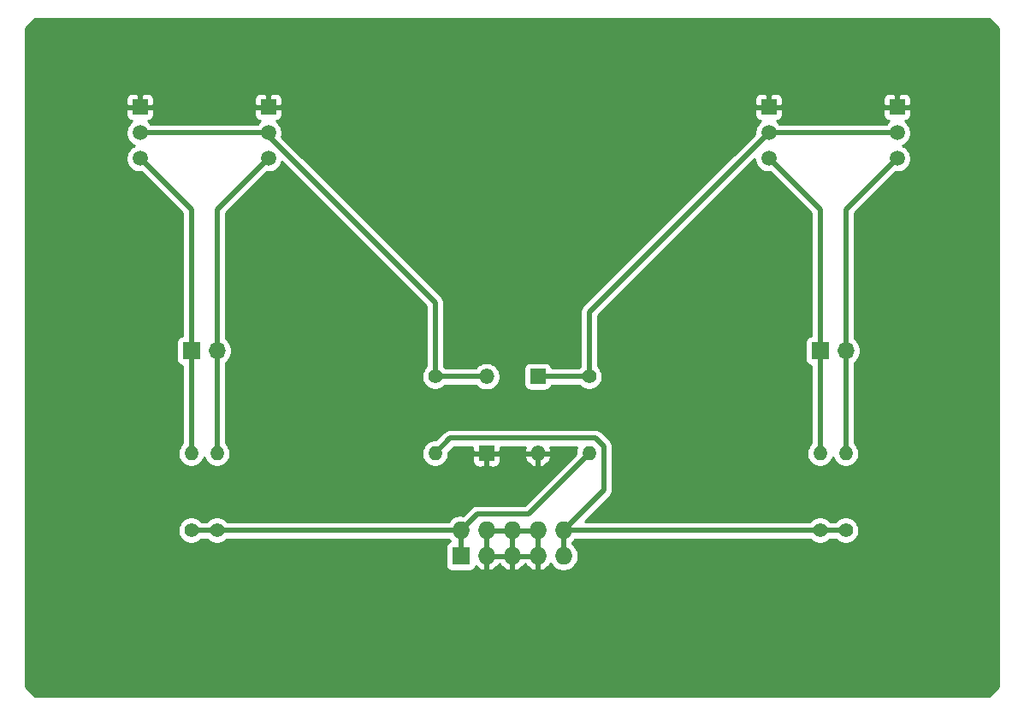
<source format=gbr>
%TF.GenerationSoftware,KiCad,Pcbnew,(5.1.7)-1*%
%TF.CreationDate,2020-11-11T16:50:08-07:00*%
%TF.ProjectId,transistor_matcher,7472616e-7369-4737-946f-725f6d617463,rev?*%
%TF.SameCoordinates,Original*%
%TF.FileFunction,Copper,L2,Bot*%
%TF.FilePolarity,Positive*%
%FSLAX46Y46*%
G04 Gerber Fmt 4.6, Leading zero omitted, Abs format (unit mm)*
G04 Created by KiCad (PCBNEW (5.1.7)-1) date 2020-11-11 16:50:08*
%MOMM*%
%LPD*%
G01*
G04 APERTURE LIST*
%TA.AperFunction,ComponentPad*%
%ADD10O,1.700000X1.700000*%
%TD*%
%TA.AperFunction,ComponentPad*%
%ADD11R,1.700000X1.700000*%
%TD*%
%TA.AperFunction,ComponentPad*%
%ADD12R,1.500000X1.500000*%
%TD*%
%TA.AperFunction,ComponentPad*%
%ADD13C,1.500000*%
%TD*%
%TA.AperFunction,ComponentPad*%
%ADD14O,1.500000X1.500000*%
%TD*%
%TA.AperFunction,ComponentPad*%
%ADD15O,1.727200X1.727200*%
%TD*%
%TA.AperFunction,ComponentPad*%
%ADD16R,1.727200X1.727200*%
%TD*%
%TA.AperFunction,ComponentPad*%
%ADD17O,1.400000X1.400000*%
%TD*%
%TA.AperFunction,ComponentPad*%
%ADD18C,1.400000*%
%TD*%
%TA.AperFunction,Conductor*%
%ADD19C,0.500000*%
%TD*%
%TA.AperFunction,Conductor*%
%ADD20C,0.254000*%
%TD*%
%TA.AperFunction,Conductor*%
%ADD21C,0.100000*%
%TD*%
G04 APERTURE END LIST*
D10*
%TO.P,TP2,2*%
%TO.N,Net-(Q4-Pad3)*%
X177215000Y-100938276D03*
D11*
%TO.P,TP2,1*%
%TO.N,Net-(Q3-Pad3)*%
X174675000Y-100938276D03*
%TD*%
D10*
%TO.P,TP1,2*%
%TO.N,Net-(Q2-Pad3)*%
X114985000Y-100938276D03*
D11*
%TO.P,TP1,1*%
%TO.N,Net-(Q1-Pad3)*%
X112445000Y-100938276D03*
%TD*%
D12*
%TO.P,Q4,1*%
%TO.N,GND*%
X182295000Y-76808276D03*
D13*
%TO.P,Q4,3*%
%TO.N,Net-(Q4-Pad3)*%
X182295000Y-81888276D03*
%TO.P,Q4,2*%
%TO.N,Net-(D2-Pad1)*%
X182295000Y-79348276D03*
%TD*%
D12*
%TO.P,Q3,1*%
%TO.N,GND*%
X169595000Y-76808276D03*
D13*
%TO.P,Q3,3*%
%TO.N,Net-(Q3-Pad3)*%
X169595000Y-81888276D03*
%TO.P,Q3,2*%
%TO.N,Net-(D2-Pad1)*%
X169595000Y-79348276D03*
%TD*%
D12*
%TO.P,Q2,1*%
%TO.N,GND*%
X120065000Y-76808276D03*
D13*
%TO.P,Q2,3*%
%TO.N,Net-(Q2-Pad3)*%
X120065000Y-81888276D03*
%TO.P,Q2,2*%
%TO.N,Net-(D1-Pad2)*%
X120065000Y-79348276D03*
%TD*%
D12*
%TO.P,Q1,1*%
%TO.N,GND*%
X107365000Y-76808276D03*
D13*
%TO.P,Q1,3*%
%TO.N,Net-(Q1-Pad3)*%
X107365000Y-81888276D03*
%TO.P,Q1,2*%
%TO.N,Net-(D1-Pad2)*%
X107365000Y-79348276D03*
%TD*%
D14*
%TO.P,D2,2*%
%TO.N,GND*%
X146735000Y-111098276D03*
D12*
%TO.P,D2,1*%
%TO.N,Net-(D2-Pad1)*%
X146735000Y-103478276D03*
%TD*%
D14*
%TO.P,D1,2*%
%TO.N,Net-(D1-Pad2)*%
X141655000Y-103478276D03*
D12*
%TO.P,D1,1*%
%TO.N,GND*%
X141655000Y-111098276D03*
%TD*%
D15*
%TO.P,J1,10*%
%TO.N,+12V*%
X149275000Y-118718276D03*
%TO.P,J1,9*%
X149275000Y-121258276D03*
%TO.P,J1,8*%
%TO.N,GND*%
X146735000Y-118718276D03*
%TO.P,J1,7*%
X146735000Y-121258276D03*
%TO.P,J1,6*%
X144195000Y-118718276D03*
%TO.P,J1,5*%
X144195000Y-121258276D03*
%TO.P,J1,4*%
X141655000Y-118718276D03*
%TO.P,J1,3*%
X141655000Y-121258276D03*
%TO.P,J1,2*%
%TO.N,-12V*%
X139115000Y-118718276D03*
D16*
%TO.P,J1,1*%
X139115000Y-121258276D03*
%TD*%
D17*
%TO.P,R6,2*%
%TO.N,Net-(Q4-Pad3)*%
X177215000Y-111098276D03*
D18*
%TO.P,R6,1*%
%TO.N,+12V*%
X177215000Y-118718276D03*
%TD*%
D17*
%TO.P,R5,2*%
%TO.N,Net-(Q3-Pad3)*%
X174675000Y-111098276D03*
D18*
%TO.P,R5,1*%
%TO.N,+12V*%
X174675000Y-118718276D03*
%TD*%
D17*
%TO.P,R4,2*%
%TO.N,-12V*%
X151815000Y-111098276D03*
D18*
%TO.P,R4,1*%
%TO.N,Net-(D2-Pad1)*%
X151815000Y-103478276D03*
%TD*%
D17*
%TO.P,R3,2*%
%TO.N,Net-(Q2-Pad3)*%
X114985000Y-111098276D03*
D18*
%TO.P,R3,1*%
%TO.N,-12V*%
X114985000Y-118718276D03*
%TD*%
D17*
%TO.P,R2,2*%
%TO.N,Net-(Q1-Pad3)*%
X112445000Y-111098276D03*
D18*
%TO.P,R2,1*%
%TO.N,-12V*%
X112445000Y-118718276D03*
%TD*%
D17*
%TO.P,R1,2*%
%TO.N,+12V*%
X136575000Y-111098276D03*
D18*
%TO.P,R1,1*%
%TO.N,Net-(D1-Pad2)*%
X136575000Y-103478276D03*
%TD*%
D19*
%TO.N,Net-(D1-Pad2)*%
X107365000Y-79348276D02*
X120065000Y-79348276D01*
X141655000Y-103478276D02*
X136575000Y-103478276D01*
X120065000Y-79668274D02*
X120065000Y-79348276D01*
X136575000Y-96178274D02*
X120065000Y-79668274D01*
X136575000Y-103478276D02*
X136575000Y-96178274D01*
%TO.N,Net-(D2-Pad1)*%
X182295000Y-79348276D02*
X169595000Y-79348276D01*
X146735000Y-103478276D02*
X151815000Y-103478276D01*
X151815000Y-97128276D02*
X169595000Y-79348276D01*
X151815000Y-103478276D02*
X151815000Y-97128276D01*
%TO.N,Net-(Q1-Pad3)*%
X112445000Y-111098276D02*
X112445000Y-100938276D01*
X112445000Y-86968276D02*
X107365000Y-81888276D01*
X112445000Y-100938276D02*
X112445000Y-86968276D01*
%TO.N,Net-(Q2-Pad3)*%
X114985000Y-111098276D02*
X114985000Y-100938276D01*
X114985000Y-86968276D02*
X120065000Y-81888276D01*
X114985000Y-100938276D02*
X114985000Y-86968276D01*
%TO.N,Net-(Q3-Pad3)*%
X174675000Y-86968276D02*
X169595000Y-81888276D01*
X174675000Y-100938276D02*
X174675000Y-86968276D01*
X174675000Y-111098276D02*
X174675000Y-100938276D01*
%TO.N,Net-(Q4-Pad3)*%
X177215000Y-111098276D02*
X177215000Y-100938276D01*
X177215000Y-86968276D02*
X182295000Y-81888276D01*
X177215000Y-100938276D02*
X177215000Y-86968276D01*
%TO.N,+12V*%
X149275000Y-121258276D02*
X149275000Y-118718276D01*
X149275000Y-118718276D02*
X174675000Y-118718276D01*
X174675000Y-118718276D02*
X177215000Y-118718276D01*
X152461001Y-109598275D02*
X138075001Y-109598275D01*
X153265001Y-110402275D02*
X152461001Y-109598275D01*
X138075001Y-109598275D02*
X136575000Y-111098276D01*
X153265001Y-114728275D02*
X153265001Y-110402275D01*
X149275000Y-118718276D02*
X153265001Y-114728275D01*
%TO.N,-12V*%
X139115000Y-121258276D02*
X139115000Y-118718276D01*
X139115000Y-118718276D02*
X114985000Y-118718276D01*
X114985000Y-118718276D02*
X112445000Y-118718276D01*
X145808601Y-117104675D02*
X151815000Y-111098276D01*
X140728601Y-117104675D02*
X145808601Y-117104675D01*
X139115000Y-118718276D02*
X140728601Y-117104675D01*
%TD*%
D20*
%TO.N,GND*%
X192328000Y-68970882D02*
X192328000Y-134175670D01*
X191402394Y-135101276D01*
X96987606Y-135101276D01*
X96062000Y-134175670D01*
X96062000Y-118586790D01*
X111110000Y-118586790D01*
X111110000Y-118849762D01*
X111161304Y-119107681D01*
X111261939Y-119350635D01*
X111408038Y-119569289D01*
X111593987Y-119755238D01*
X111812641Y-119901337D01*
X112055595Y-120001972D01*
X112313514Y-120053276D01*
X112576486Y-120053276D01*
X112834405Y-120001972D01*
X113077359Y-119901337D01*
X113296013Y-119755238D01*
X113447975Y-119603276D01*
X113982025Y-119603276D01*
X114133987Y-119755238D01*
X114352641Y-119901337D01*
X114595595Y-120001972D01*
X114853514Y-120053276D01*
X115116486Y-120053276D01*
X115374405Y-120001972D01*
X115617359Y-119901337D01*
X115836013Y-119755238D01*
X115987975Y-119603276D01*
X137903987Y-119603276D01*
X137950961Y-119673578D01*
X138065023Y-119787640D01*
X138007220Y-119805174D01*
X137896906Y-119864139D01*
X137800215Y-119943491D01*
X137720863Y-120040182D01*
X137661898Y-120150496D01*
X137625588Y-120270194D01*
X137613328Y-120394676D01*
X137613328Y-122121876D01*
X137625588Y-122246358D01*
X137661898Y-122366056D01*
X137720863Y-122476370D01*
X137800215Y-122573061D01*
X137896906Y-122652413D01*
X138007220Y-122711378D01*
X138126918Y-122747688D01*
X138251400Y-122759948D01*
X139978600Y-122759948D01*
X140103082Y-122747688D01*
X140222780Y-122711378D01*
X140333094Y-122652413D01*
X140429785Y-122573061D01*
X140509137Y-122476370D01*
X140568102Y-122366056D01*
X140587624Y-122301702D01*
X140644707Y-122365130D01*
X140880056Y-122540960D01*
X141145186Y-122667498D01*
X141295974Y-122713234D01*
X141528000Y-122592093D01*
X141528000Y-121385276D01*
X141782000Y-121385276D01*
X141782000Y-122592093D01*
X142014026Y-122713234D01*
X142164814Y-122667498D01*
X142429944Y-122540960D01*
X142665293Y-122365130D01*
X142861817Y-122146764D01*
X142925000Y-122040506D01*
X142988183Y-122146764D01*
X143184707Y-122365130D01*
X143420056Y-122540960D01*
X143685186Y-122667498D01*
X143835974Y-122713234D01*
X144068000Y-122592093D01*
X144068000Y-121385276D01*
X144322000Y-121385276D01*
X144322000Y-122592093D01*
X144554026Y-122713234D01*
X144704814Y-122667498D01*
X144969944Y-122540960D01*
X145205293Y-122365130D01*
X145401817Y-122146764D01*
X145465000Y-122040506D01*
X145528183Y-122146764D01*
X145724707Y-122365130D01*
X145960056Y-122540960D01*
X146225186Y-122667498D01*
X146375974Y-122713234D01*
X146608000Y-122592093D01*
X146608000Y-121385276D01*
X144322000Y-121385276D01*
X144068000Y-121385276D01*
X141782000Y-121385276D01*
X141528000Y-121385276D01*
X141508000Y-121385276D01*
X141508000Y-121131276D01*
X141528000Y-121131276D01*
X141528000Y-118845276D01*
X141782000Y-118845276D01*
X141782000Y-121131276D01*
X144068000Y-121131276D01*
X144068000Y-118845276D01*
X144322000Y-118845276D01*
X144322000Y-121131276D01*
X146608000Y-121131276D01*
X146608000Y-118845276D01*
X144322000Y-118845276D01*
X144068000Y-118845276D01*
X141782000Y-118845276D01*
X141528000Y-118845276D01*
X141508000Y-118845276D01*
X141508000Y-118591276D01*
X141528000Y-118591276D01*
X141528000Y-118571276D01*
X141782000Y-118571276D01*
X141782000Y-118591276D01*
X144068000Y-118591276D01*
X144068000Y-118571276D01*
X144322000Y-118571276D01*
X144322000Y-118591276D01*
X146608000Y-118591276D01*
X146608000Y-118571276D01*
X146862000Y-118571276D01*
X146862000Y-118591276D01*
X146882000Y-118591276D01*
X146882000Y-118845276D01*
X146862000Y-118845276D01*
X146862000Y-121131276D01*
X146882000Y-121131276D01*
X146882000Y-121385276D01*
X146862000Y-121385276D01*
X146862000Y-122592093D01*
X147094026Y-122713234D01*
X147244814Y-122667498D01*
X147509944Y-122540960D01*
X147745293Y-122365130D01*
X147941817Y-122146764D01*
X148000441Y-122048173D01*
X148110961Y-122213578D01*
X148319698Y-122422315D01*
X148565147Y-122586318D01*
X148837875Y-122699286D01*
X149127401Y-122756876D01*
X149422599Y-122756876D01*
X149712125Y-122699286D01*
X149984853Y-122586318D01*
X150230302Y-122422315D01*
X150439039Y-122213578D01*
X150603042Y-121968129D01*
X150716010Y-121695401D01*
X150773600Y-121405875D01*
X150773600Y-121110677D01*
X150716010Y-120821151D01*
X150603042Y-120548423D01*
X150439039Y-120302974D01*
X150230302Y-120094237D01*
X150160000Y-120047263D01*
X150160000Y-119929289D01*
X150230302Y-119882315D01*
X150439039Y-119673578D01*
X150486013Y-119603276D01*
X173672025Y-119603276D01*
X173823987Y-119755238D01*
X174042641Y-119901337D01*
X174285595Y-120001972D01*
X174543514Y-120053276D01*
X174806486Y-120053276D01*
X175064405Y-120001972D01*
X175307359Y-119901337D01*
X175526013Y-119755238D01*
X175677975Y-119603276D01*
X176212025Y-119603276D01*
X176363987Y-119755238D01*
X176582641Y-119901337D01*
X176825595Y-120001972D01*
X177083514Y-120053276D01*
X177346486Y-120053276D01*
X177604405Y-120001972D01*
X177847359Y-119901337D01*
X178066013Y-119755238D01*
X178251962Y-119569289D01*
X178398061Y-119350635D01*
X178498696Y-119107681D01*
X178550000Y-118849762D01*
X178550000Y-118586790D01*
X178498696Y-118328871D01*
X178398061Y-118085917D01*
X178251962Y-117867263D01*
X178066013Y-117681314D01*
X177847359Y-117535215D01*
X177604405Y-117434580D01*
X177346486Y-117383276D01*
X177083514Y-117383276D01*
X176825595Y-117434580D01*
X176582641Y-117535215D01*
X176363987Y-117681314D01*
X176212025Y-117833276D01*
X175677975Y-117833276D01*
X175526013Y-117681314D01*
X175307359Y-117535215D01*
X175064405Y-117434580D01*
X174806486Y-117383276D01*
X174543514Y-117383276D01*
X174285595Y-117434580D01*
X174042641Y-117535215D01*
X173823987Y-117681314D01*
X173672025Y-117833276D01*
X151411578Y-117833276D01*
X153860051Y-115384803D01*
X153893818Y-115357092D01*
X154004412Y-115222334D01*
X154004413Y-115222333D01*
X154086590Y-115068589D01*
X154137196Y-114901765D01*
X154137196Y-114901764D01*
X154150001Y-114771752D01*
X154150001Y-114771744D01*
X154154282Y-114728275D01*
X154150001Y-114684806D01*
X154150001Y-110445744D01*
X154154282Y-110402275D01*
X154150001Y-110358806D01*
X154150001Y-110358798D01*
X154137196Y-110228785D01*
X154086590Y-110061962D01*
X154004412Y-109908216D01*
X153980123Y-109878620D01*
X153921533Y-109807228D01*
X153921531Y-109807226D01*
X153893818Y-109773458D01*
X153860050Y-109745745D01*
X153117535Y-109003231D01*
X153089818Y-108969458D01*
X152955060Y-108858864D01*
X152801314Y-108776686D01*
X152634491Y-108726080D01*
X152504478Y-108713275D01*
X152504470Y-108713275D01*
X152461001Y-108708994D01*
X152417532Y-108713275D01*
X138118470Y-108713275D01*
X138075001Y-108708994D01*
X138031532Y-108713275D01*
X138031524Y-108713275D01*
X137901511Y-108726080D01*
X137734688Y-108776686D01*
X137580942Y-108858864D01*
X137479954Y-108941743D01*
X137479952Y-108941745D01*
X137446184Y-108969458D01*
X137418471Y-109003226D01*
X136658422Y-109763276D01*
X136443514Y-109763276D01*
X136185595Y-109814580D01*
X135942641Y-109915215D01*
X135723987Y-110061314D01*
X135538038Y-110247263D01*
X135391939Y-110465917D01*
X135291304Y-110708871D01*
X135240000Y-110966790D01*
X135240000Y-111229762D01*
X135291304Y-111487681D01*
X135391939Y-111730635D01*
X135538038Y-111949289D01*
X135723987Y-112135238D01*
X135942641Y-112281337D01*
X136185595Y-112381972D01*
X136443514Y-112433276D01*
X136706486Y-112433276D01*
X136964405Y-112381972D01*
X137207359Y-112281337D01*
X137426013Y-112135238D01*
X137611962Y-111949289D01*
X137679456Y-111848276D01*
X140266928Y-111848276D01*
X140279188Y-111972758D01*
X140315498Y-112092456D01*
X140374463Y-112202770D01*
X140453815Y-112299461D01*
X140550506Y-112378813D01*
X140660820Y-112437778D01*
X140780518Y-112474088D01*
X140905000Y-112486348D01*
X141369250Y-112483276D01*
X141528000Y-112324526D01*
X141528000Y-111225276D01*
X141782000Y-111225276D01*
X141782000Y-112324526D01*
X141940750Y-112483276D01*
X142405000Y-112486348D01*
X142529482Y-112474088D01*
X142649180Y-112437778D01*
X142759494Y-112378813D01*
X142856185Y-112299461D01*
X142935537Y-112202770D01*
X142994502Y-112092456D01*
X143030812Y-111972758D01*
X143043072Y-111848276D01*
X143040367Y-111439462D01*
X145392677Y-111439462D01*
X145485031Y-111694780D01*
X145625421Y-111927175D01*
X145808451Y-112127716D01*
X146027088Y-112288696D01*
X146272930Y-112403929D01*
X146393815Y-112440594D01*
X146608000Y-112317932D01*
X146608000Y-111225276D01*
X146862000Y-111225276D01*
X146862000Y-112317932D01*
X147076185Y-112440594D01*
X147197070Y-112403929D01*
X147442912Y-112288696D01*
X147661549Y-112127716D01*
X147844579Y-111927175D01*
X147984969Y-111694780D01*
X148077323Y-111439462D01*
X147955420Y-111225276D01*
X146862000Y-111225276D01*
X146608000Y-111225276D01*
X145514580Y-111225276D01*
X145392677Y-111439462D01*
X143040367Y-111439462D01*
X143040000Y-111384026D01*
X142881250Y-111225276D01*
X141782000Y-111225276D01*
X141528000Y-111225276D01*
X140428750Y-111225276D01*
X140270000Y-111384026D01*
X140266928Y-111848276D01*
X137679456Y-111848276D01*
X137758061Y-111730635D01*
X137858696Y-111487681D01*
X137910000Y-111229762D01*
X137910000Y-111014854D01*
X138441580Y-110483275D01*
X140267821Y-110483275D01*
X140270000Y-110812526D01*
X140428750Y-110971276D01*
X141528000Y-110971276D01*
X141528000Y-110951276D01*
X141782000Y-110951276D01*
X141782000Y-110971276D01*
X142881250Y-110971276D01*
X143040000Y-110812526D01*
X143042179Y-110483275D01*
X145496205Y-110483275D01*
X145485031Y-110501772D01*
X145392677Y-110757090D01*
X145514580Y-110971276D01*
X146608000Y-110971276D01*
X146608000Y-110951276D01*
X146862000Y-110951276D01*
X146862000Y-110971276D01*
X147955420Y-110971276D01*
X148077323Y-110757090D01*
X147984969Y-110501772D01*
X147973795Y-110483275D01*
X150624749Y-110483275D01*
X150531304Y-110708871D01*
X150480000Y-110966790D01*
X150480000Y-111181697D01*
X145442023Y-116219675D01*
X140772066Y-116219675D01*
X140728600Y-116215394D01*
X140685134Y-116219675D01*
X140685124Y-116219675D01*
X140555111Y-116232480D01*
X140388288Y-116283086D01*
X140234542Y-116365264D01*
X140234540Y-116365265D01*
X140234541Y-116365265D01*
X140133554Y-116448143D01*
X140133552Y-116448145D01*
X140099784Y-116475858D01*
X140072071Y-116509626D01*
X139345526Y-117236171D01*
X139262599Y-117219676D01*
X138967401Y-117219676D01*
X138677875Y-117277266D01*
X138405147Y-117390234D01*
X138159698Y-117554237D01*
X137950961Y-117762974D01*
X137903987Y-117833276D01*
X115987975Y-117833276D01*
X115836013Y-117681314D01*
X115617359Y-117535215D01*
X115374405Y-117434580D01*
X115116486Y-117383276D01*
X114853514Y-117383276D01*
X114595595Y-117434580D01*
X114352641Y-117535215D01*
X114133987Y-117681314D01*
X113982025Y-117833276D01*
X113447975Y-117833276D01*
X113296013Y-117681314D01*
X113077359Y-117535215D01*
X112834405Y-117434580D01*
X112576486Y-117383276D01*
X112313514Y-117383276D01*
X112055595Y-117434580D01*
X111812641Y-117535215D01*
X111593987Y-117681314D01*
X111408038Y-117867263D01*
X111261939Y-118085917D01*
X111161304Y-118328871D01*
X111110000Y-118586790D01*
X96062000Y-118586790D01*
X96062000Y-77558276D01*
X105976928Y-77558276D01*
X105989188Y-77682758D01*
X106025498Y-77802456D01*
X106084463Y-77912770D01*
X106163815Y-78009461D01*
X106260506Y-78088813D01*
X106370820Y-78147778D01*
X106490518Y-78184088D01*
X106598483Y-78194721D01*
X106482114Y-78272477D01*
X106289201Y-78465390D01*
X106137629Y-78692233D01*
X106033225Y-78944287D01*
X105980000Y-79211865D01*
X105980000Y-79484687D01*
X106033225Y-79752265D01*
X106137629Y-80004319D01*
X106289201Y-80231162D01*
X106482114Y-80424075D01*
X106708957Y-80575647D01*
X106811873Y-80618276D01*
X106708957Y-80660905D01*
X106482114Y-80812477D01*
X106289201Y-81005390D01*
X106137629Y-81232233D01*
X106033225Y-81484287D01*
X105980000Y-81751865D01*
X105980000Y-82024687D01*
X106033225Y-82292265D01*
X106137629Y-82544319D01*
X106289201Y-82771162D01*
X106482114Y-82964075D01*
X106708957Y-83115647D01*
X106961011Y-83220051D01*
X107228589Y-83273276D01*
X107498422Y-83273276D01*
X111560001Y-87334856D01*
X111560000Y-99453651D01*
X111470518Y-99462464D01*
X111350820Y-99498774D01*
X111240506Y-99557739D01*
X111143815Y-99637091D01*
X111064463Y-99733782D01*
X111005498Y-99844096D01*
X110969188Y-99963794D01*
X110956928Y-100088276D01*
X110956928Y-101788276D01*
X110969188Y-101912758D01*
X111005498Y-102032456D01*
X111064463Y-102142770D01*
X111143815Y-102239461D01*
X111240506Y-102318813D01*
X111350820Y-102377778D01*
X111470518Y-102414088D01*
X111560001Y-102422901D01*
X111560000Y-110095301D01*
X111408038Y-110247263D01*
X111261939Y-110465917D01*
X111161304Y-110708871D01*
X111110000Y-110966790D01*
X111110000Y-111229762D01*
X111161304Y-111487681D01*
X111261939Y-111730635D01*
X111408038Y-111949289D01*
X111593987Y-112135238D01*
X111812641Y-112281337D01*
X112055595Y-112381972D01*
X112313514Y-112433276D01*
X112576486Y-112433276D01*
X112834405Y-112381972D01*
X113077359Y-112281337D01*
X113296013Y-112135238D01*
X113481962Y-111949289D01*
X113628061Y-111730635D01*
X113715000Y-111520746D01*
X113801939Y-111730635D01*
X113948038Y-111949289D01*
X114133987Y-112135238D01*
X114352641Y-112281337D01*
X114595595Y-112381972D01*
X114853514Y-112433276D01*
X115116486Y-112433276D01*
X115374405Y-112381972D01*
X115617359Y-112281337D01*
X115836013Y-112135238D01*
X116021962Y-111949289D01*
X116168061Y-111730635D01*
X116268696Y-111487681D01*
X116320000Y-111229762D01*
X116320000Y-110966790D01*
X116268696Y-110708871D01*
X116168061Y-110465917D01*
X116021962Y-110247263D01*
X115870000Y-110095301D01*
X115870000Y-102132932D01*
X115931632Y-102091751D01*
X116138475Y-101884908D01*
X116300990Y-101641687D01*
X116412932Y-101371434D01*
X116470000Y-101084536D01*
X116470000Y-100792016D01*
X116412932Y-100505118D01*
X116300990Y-100234865D01*
X116138475Y-99991644D01*
X115931632Y-99784801D01*
X115870000Y-99743620D01*
X115870000Y-87334854D01*
X119931579Y-83273276D01*
X120201411Y-83273276D01*
X120468989Y-83220051D01*
X120721043Y-83115647D01*
X120947886Y-82964075D01*
X121140799Y-82771162D01*
X121292371Y-82544319D01*
X121396775Y-82292265D01*
X121403517Y-82258369D01*
X135690001Y-96544854D01*
X135690000Y-102475301D01*
X135538038Y-102627263D01*
X135391939Y-102845917D01*
X135291304Y-103088871D01*
X135240000Y-103346790D01*
X135240000Y-103609762D01*
X135291304Y-103867681D01*
X135391939Y-104110635D01*
X135538038Y-104329289D01*
X135723987Y-104515238D01*
X135942641Y-104661337D01*
X136185595Y-104761972D01*
X136443514Y-104813276D01*
X136706486Y-104813276D01*
X136964405Y-104761972D01*
X137207359Y-104661337D01*
X137426013Y-104515238D01*
X137577975Y-104363276D01*
X140581315Y-104363276D01*
X140772114Y-104554075D01*
X140998957Y-104705647D01*
X141251011Y-104810051D01*
X141518589Y-104863276D01*
X141791411Y-104863276D01*
X142058989Y-104810051D01*
X142311043Y-104705647D01*
X142537886Y-104554075D01*
X142730799Y-104361162D01*
X142882371Y-104134319D01*
X142986775Y-103882265D01*
X143040000Y-103614687D01*
X143040000Y-103341865D01*
X142986775Y-103074287D01*
X142882371Y-102822233D01*
X142819591Y-102728276D01*
X145346928Y-102728276D01*
X145346928Y-104228276D01*
X145359188Y-104352758D01*
X145395498Y-104472456D01*
X145454463Y-104582770D01*
X145533815Y-104679461D01*
X145630506Y-104758813D01*
X145740820Y-104817778D01*
X145860518Y-104854088D01*
X145985000Y-104866348D01*
X147485000Y-104866348D01*
X147609482Y-104854088D01*
X147729180Y-104817778D01*
X147839494Y-104758813D01*
X147936185Y-104679461D01*
X148015537Y-104582770D01*
X148074502Y-104472456D01*
X148107621Y-104363276D01*
X150812025Y-104363276D01*
X150963987Y-104515238D01*
X151182641Y-104661337D01*
X151425595Y-104761972D01*
X151683514Y-104813276D01*
X151946486Y-104813276D01*
X152204405Y-104761972D01*
X152447359Y-104661337D01*
X152666013Y-104515238D01*
X152851962Y-104329289D01*
X152998061Y-104110635D01*
X153098696Y-103867681D01*
X153150000Y-103609762D01*
X153150000Y-103346790D01*
X153098696Y-103088871D01*
X152998061Y-102845917D01*
X152851962Y-102627263D01*
X152700000Y-102475301D01*
X152700000Y-97494854D01*
X168210000Y-81984855D01*
X168210000Y-82024687D01*
X168263225Y-82292265D01*
X168367629Y-82544319D01*
X168519201Y-82771162D01*
X168712114Y-82964075D01*
X168938957Y-83115647D01*
X169191011Y-83220051D01*
X169458589Y-83273276D01*
X169728422Y-83273276D01*
X173790001Y-87334856D01*
X173790000Y-99453651D01*
X173700518Y-99462464D01*
X173580820Y-99498774D01*
X173470506Y-99557739D01*
X173373815Y-99637091D01*
X173294463Y-99733782D01*
X173235498Y-99844096D01*
X173199188Y-99963794D01*
X173186928Y-100088276D01*
X173186928Y-101788276D01*
X173199188Y-101912758D01*
X173235498Y-102032456D01*
X173294463Y-102142770D01*
X173373815Y-102239461D01*
X173470506Y-102318813D01*
X173580820Y-102377778D01*
X173700518Y-102414088D01*
X173790001Y-102422901D01*
X173790000Y-110095301D01*
X173638038Y-110247263D01*
X173491939Y-110465917D01*
X173391304Y-110708871D01*
X173340000Y-110966790D01*
X173340000Y-111229762D01*
X173391304Y-111487681D01*
X173491939Y-111730635D01*
X173638038Y-111949289D01*
X173823987Y-112135238D01*
X174042641Y-112281337D01*
X174285595Y-112381972D01*
X174543514Y-112433276D01*
X174806486Y-112433276D01*
X175064405Y-112381972D01*
X175307359Y-112281337D01*
X175526013Y-112135238D01*
X175711962Y-111949289D01*
X175858061Y-111730635D01*
X175945000Y-111520746D01*
X176031939Y-111730635D01*
X176178038Y-111949289D01*
X176363987Y-112135238D01*
X176582641Y-112281337D01*
X176825595Y-112381972D01*
X177083514Y-112433276D01*
X177346486Y-112433276D01*
X177604405Y-112381972D01*
X177847359Y-112281337D01*
X178066013Y-112135238D01*
X178251962Y-111949289D01*
X178398061Y-111730635D01*
X178498696Y-111487681D01*
X178550000Y-111229762D01*
X178550000Y-110966790D01*
X178498696Y-110708871D01*
X178398061Y-110465917D01*
X178251962Y-110247263D01*
X178100000Y-110095301D01*
X178100000Y-102132932D01*
X178161632Y-102091751D01*
X178368475Y-101884908D01*
X178530990Y-101641687D01*
X178642932Y-101371434D01*
X178700000Y-101084536D01*
X178700000Y-100792016D01*
X178642932Y-100505118D01*
X178530990Y-100234865D01*
X178368475Y-99991644D01*
X178161632Y-99784801D01*
X178100000Y-99743620D01*
X178100000Y-87334854D01*
X182161579Y-83273276D01*
X182431411Y-83273276D01*
X182698989Y-83220051D01*
X182951043Y-83115647D01*
X183177886Y-82964075D01*
X183370799Y-82771162D01*
X183522371Y-82544319D01*
X183626775Y-82292265D01*
X183680000Y-82024687D01*
X183680000Y-81751865D01*
X183626775Y-81484287D01*
X183522371Y-81232233D01*
X183370799Y-81005390D01*
X183177886Y-80812477D01*
X182951043Y-80660905D01*
X182848127Y-80618276D01*
X182951043Y-80575647D01*
X183177886Y-80424075D01*
X183370799Y-80231162D01*
X183522371Y-80004319D01*
X183626775Y-79752265D01*
X183680000Y-79484687D01*
X183680000Y-79211865D01*
X183626775Y-78944287D01*
X183522371Y-78692233D01*
X183370799Y-78465390D01*
X183177886Y-78272477D01*
X183061517Y-78194721D01*
X183169482Y-78184088D01*
X183289180Y-78147778D01*
X183399494Y-78088813D01*
X183496185Y-78009461D01*
X183575537Y-77912770D01*
X183634502Y-77802456D01*
X183670812Y-77682758D01*
X183683072Y-77558276D01*
X183680000Y-77094026D01*
X183521250Y-76935276D01*
X182422000Y-76935276D01*
X182422000Y-76955276D01*
X182168000Y-76955276D01*
X182168000Y-76935276D01*
X181068750Y-76935276D01*
X180910000Y-77094026D01*
X180906928Y-77558276D01*
X180919188Y-77682758D01*
X180955498Y-77802456D01*
X181014463Y-77912770D01*
X181093815Y-78009461D01*
X181190506Y-78088813D01*
X181300820Y-78147778D01*
X181420518Y-78184088D01*
X181528483Y-78194721D01*
X181412114Y-78272477D01*
X181221315Y-78463276D01*
X170668685Y-78463276D01*
X170477886Y-78272477D01*
X170361517Y-78194721D01*
X170469482Y-78184088D01*
X170589180Y-78147778D01*
X170699494Y-78088813D01*
X170796185Y-78009461D01*
X170875537Y-77912770D01*
X170934502Y-77802456D01*
X170970812Y-77682758D01*
X170983072Y-77558276D01*
X170980000Y-77094026D01*
X170821250Y-76935276D01*
X169722000Y-76935276D01*
X169722000Y-76955276D01*
X169468000Y-76955276D01*
X169468000Y-76935276D01*
X168368750Y-76935276D01*
X168210000Y-77094026D01*
X168206928Y-77558276D01*
X168219188Y-77682758D01*
X168255498Y-77802456D01*
X168314463Y-77912770D01*
X168393815Y-78009461D01*
X168490506Y-78088813D01*
X168600820Y-78147778D01*
X168720518Y-78184088D01*
X168828483Y-78194721D01*
X168712114Y-78272477D01*
X168519201Y-78465390D01*
X168367629Y-78692233D01*
X168263225Y-78944287D01*
X168210000Y-79211865D01*
X168210000Y-79481697D01*
X151219952Y-96471746D01*
X151186184Y-96499459D01*
X151158471Y-96533227D01*
X151158468Y-96533230D01*
X151075590Y-96634217D01*
X150993412Y-96787963D01*
X150942805Y-96954786D01*
X150925719Y-97128276D01*
X150930001Y-97171755D01*
X150930000Y-102475301D01*
X150812025Y-102593276D01*
X148107621Y-102593276D01*
X148074502Y-102484096D01*
X148015537Y-102373782D01*
X147936185Y-102277091D01*
X147839494Y-102197739D01*
X147729180Y-102138774D01*
X147609482Y-102102464D01*
X147485000Y-102090204D01*
X145985000Y-102090204D01*
X145860518Y-102102464D01*
X145740820Y-102138774D01*
X145630506Y-102197739D01*
X145533815Y-102277091D01*
X145454463Y-102373782D01*
X145395498Y-102484096D01*
X145359188Y-102603794D01*
X145346928Y-102728276D01*
X142819591Y-102728276D01*
X142730799Y-102595390D01*
X142537886Y-102402477D01*
X142311043Y-102250905D01*
X142058989Y-102146501D01*
X141791411Y-102093276D01*
X141518589Y-102093276D01*
X141251011Y-102146501D01*
X140998957Y-102250905D01*
X140772114Y-102402477D01*
X140581315Y-102593276D01*
X137577975Y-102593276D01*
X137460000Y-102475301D01*
X137460000Y-96221743D01*
X137464281Y-96178274D01*
X137460000Y-96134805D01*
X137460000Y-96134797D01*
X137447195Y-96004784D01*
X137396589Y-95837961D01*
X137314411Y-95684215D01*
X137203817Y-95549457D01*
X137170049Y-95521744D01*
X121397404Y-79749100D01*
X121450000Y-79484687D01*
X121450000Y-79211865D01*
X121396775Y-78944287D01*
X121292371Y-78692233D01*
X121140799Y-78465390D01*
X120947886Y-78272477D01*
X120831517Y-78194721D01*
X120939482Y-78184088D01*
X121059180Y-78147778D01*
X121169494Y-78088813D01*
X121266185Y-78009461D01*
X121345537Y-77912770D01*
X121404502Y-77802456D01*
X121440812Y-77682758D01*
X121453072Y-77558276D01*
X121450000Y-77094026D01*
X121291250Y-76935276D01*
X120192000Y-76935276D01*
X120192000Y-76955276D01*
X119938000Y-76955276D01*
X119938000Y-76935276D01*
X118838750Y-76935276D01*
X118680000Y-77094026D01*
X118676928Y-77558276D01*
X118689188Y-77682758D01*
X118725498Y-77802456D01*
X118784463Y-77912770D01*
X118863815Y-78009461D01*
X118960506Y-78088813D01*
X119070820Y-78147778D01*
X119190518Y-78184088D01*
X119298483Y-78194721D01*
X119182114Y-78272477D01*
X118991315Y-78463276D01*
X108438685Y-78463276D01*
X108247886Y-78272477D01*
X108131517Y-78194721D01*
X108239482Y-78184088D01*
X108359180Y-78147778D01*
X108469494Y-78088813D01*
X108566185Y-78009461D01*
X108645537Y-77912770D01*
X108704502Y-77802456D01*
X108740812Y-77682758D01*
X108753072Y-77558276D01*
X108750000Y-77094026D01*
X108591250Y-76935276D01*
X107492000Y-76935276D01*
X107492000Y-76955276D01*
X107238000Y-76955276D01*
X107238000Y-76935276D01*
X106138750Y-76935276D01*
X105980000Y-77094026D01*
X105976928Y-77558276D01*
X96062000Y-77558276D01*
X96062000Y-76058276D01*
X105976928Y-76058276D01*
X105980000Y-76522526D01*
X106138750Y-76681276D01*
X107238000Y-76681276D01*
X107238000Y-75582026D01*
X107492000Y-75582026D01*
X107492000Y-76681276D01*
X108591250Y-76681276D01*
X108750000Y-76522526D01*
X108753072Y-76058276D01*
X118676928Y-76058276D01*
X118680000Y-76522526D01*
X118838750Y-76681276D01*
X119938000Y-76681276D01*
X119938000Y-75582026D01*
X120192000Y-75582026D01*
X120192000Y-76681276D01*
X121291250Y-76681276D01*
X121450000Y-76522526D01*
X121453072Y-76058276D01*
X168206928Y-76058276D01*
X168210000Y-76522526D01*
X168368750Y-76681276D01*
X169468000Y-76681276D01*
X169468000Y-75582026D01*
X169722000Y-75582026D01*
X169722000Y-76681276D01*
X170821250Y-76681276D01*
X170980000Y-76522526D01*
X170983072Y-76058276D01*
X180906928Y-76058276D01*
X180910000Y-76522526D01*
X181068750Y-76681276D01*
X182168000Y-76681276D01*
X182168000Y-75582026D01*
X182422000Y-75582026D01*
X182422000Y-76681276D01*
X183521250Y-76681276D01*
X183680000Y-76522526D01*
X183683072Y-76058276D01*
X183670812Y-75933794D01*
X183634502Y-75814096D01*
X183575537Y-75703782D01*
X183496185Y-75607091D01*
X183399494Y-75527739D01*
X183289180Y-75468774D01*
X183169482Y-75432464D01*
X183045000Y-75420204D01*
X182580750Y-75423276D01*
X182422000Y-75582026D01*
X182168000Y-75582026D01*
X182009250Y-75423276D01*
X181545000Y-75420204D01*
X181420518Y-75432464D01*
X181300820Y-75468774D01*
X181190506Y-75527739D01*
X181093815Y-75607091D01*
X181014463Y-75703782D01*
X180955498Y-75814096D01*
X180919188Y-75933794D01*
X180906928Y-76058276D01*
X170983072Y-76058276D01*
X170970812Y-75933794D01*
X170934502Y-75814096D01*
X170875537Y-75703782D01*
X170796185Y-75607091D01*
X170699494Y-75527739D01*
X170589180Y-75468774D01*
X170469482Y-75432464D01*
X170345000Y-75420204D01*
X169880750Y-75423276D01*
X169722000Y-75582026D01*
X169468000Y-75582026D01*
X169309250Y-75423276D01*
X168845000Y-75420204D01*
X168720518Y-75432464D01*
X168600820Y-75468774D01*
X168490506Y-75527739D01*
X168393815Y-75607091D01*
X168314463Y-75703782D01*
X168255498Y-75814096D01*
X168219188Y-75933794D01*
X168206928Y-76058276D01*
X121453072Y-76058276D01*
X121440812Y-75933794D01*
X121404502Y-75814096D01*
X121345537Y-75703782D01*
X121266185Y-75607091D01*
X121169494Y-75527739D01*
X121059180Y-75468774D01*
X120939482Y-75432464D01*
X120815000Y-75420204D01*
X120350750Y-75423276D01*
X120192000Y-75582026D01*
X119938000Y-75582026D01*
X119779250Y-75423276D01*
X119315000Y-75420204D01*
X119190518Y-75432464D01*
X119070820Y-75468774D01*
X118960506Y-75527739D01*
X118863815Y-75607091D01*
X118784463Y-75703782D01*
X118725498Y-75814096D01*
X118689188Y-75933794D01*
X118676928Y-76058276D01*
X108753072Y-76058276D01*
X108740812Y-75933794D01*
X108704502Y-75814096D01*
X108645537Y-75703782D01*
X108566185Y-75607091D01*
X108469494Y-75527739D01*
X108359180Y-75468774D01*
X108239482Y-75432464D01*
X108115000Y-75420204D01*
X107650750Y-75423276D01*
X107492000Y-75582026D01*
X107238000Y-75582026D01*
X107079250Y-75423276D01*
X106615000Y-75420204D01*
X106490518Y-75432464D01*
X106370820Y-75468774D01*
X106260506Y-75527739D01*
X106163815Y-75607091D01*
X106084463Y-75703782D01*
X106025498Y-75814096D01*
X105989188Y-75933794D01*
X105976928Y-76058276D01*
X96062000Y-76058276D01*
X96062000Y-68970882D01*
X96987606Y-68045276D01*
X191402394Y-68045276D01*
X192328000Y-68970882D01*
%TA.AperFunction,Conductor*%
D21*
G36*
X192328000Y-68970882D02*
G01*
X192328000Y-134175670D01*
X191402394Y-135101276D01*
X96987606Y-135101276D01*
X96062000Y-134175670D01*
X96062000Y-118586790D01*
X111110000Y-118586790D01*
X111110000Y-118849762D01*
X111161304Y-119107681D01*
X111261939Y-119350635D01*
X111408038Y-119569289D01*
X111593987Y-119755238D01*
X111812641Y-119901337D01*
X112055595Y-120001972D01*
X112313514Y-120053276D01*
X112576486Y-120053276D01*
X112834405Y-120001972D01*
X113077359Y-119901337D01*
X113296013Y-119755238D01*
X113447975Y-119603276D01*
X113982025Y-119603276D01*
X114133987Y-119755238D01*
X114352641Y-119901337D01*
X114595595Y-120001972D01*
X114853514Y-120053276D01*
X115116486Y-120053276D01*
X115374405Y-120001972D01*
X115617359Y-119901337D01*
X115836013Y-119755238D01*
X115987975Y-119603276D01*
X137903987Y-119603276D01*
X137950961Y-119673578D01*
X138065023Y-119787640D01*
X138007220Y-119805174D01*
X137896906Y-119864139D01*
X137800215Y-119943491D01*
X137720863Y-120040182D01*
X137661898Y-120150496D01*
X137625588Y-120270194D01*
X137613328Y-120394676D01*
X137613328Y-122121876D01*
X137625588Y-122246358D01*
X137661898Y-122366056D01*
X137720863Y-122476370D01*
X137800215Y-122573061D01*
X137896906Y-122652413D01*
X138007220Y-122711378D01*
X138126918Y-122747688D01*
X138251400Y-122759948D01*
X139978600Y-122759948D01*
X140103082Y-122747688D01*
X140222780Y-122711378D01*
X140333094Y-122652413D01*
X140429785Y-122573061D01*
X140509137Y-122476370D01*
X140568102Y-122366056D01*
X140587624Y-122301702D01*
X140644707Y-122365130D01*
X140880056Y-122540960D01*
X141145186Y-122667498D01*
X141295974Y-122713234D01*
X141528000Y-122592093D01*
X141528000Y-121385276D01*
X141782000Y-121385276D01*
X141782000Y-122592093D01*
X142014026Y-122713234D01*
X142164814Y-122667498D01*
X142429944Y-122540960D01*
X142665293Y-122365130D01*
X142861817Y-122146764D01*
X142925000Y-122040506D01*
X142988183Y-122146764D01*
X143184707Y-122365130D01*
X143420056Y-122540960D01*
X143685186Y-122667498D01*
X143835974Y-122713234D01*
X144068000Y-122592093D01*
X144068000Y-121385276D01*
X144322000Y-121385276D01*
X144322000Y-122592093D01*
X144554026Y-122713234D01*
X144704814Y-122667498D01*
X144969944Y-122540960D01*
X145205293Y-122365130D01*
X145401817Y-122146764D01*
X145465000Y-122040506D01*
X145528183Y-122146764D01*
X145724707Y-122365130D01*
X145960056Y-122540960D01*
X146225186Y-122667498D01*
X146375974Y-122713234D01*
X146608000Y-122592093D01*
X146608000Y-121385276D01*
X144322000Y-121385276D01*
X144068000Y-121385276D01*
X141782000Y-121385276D01*
X141528000Y-121385276D01*
X141508000Y-121385276D01*
X141508000Y-121131276D01*
X141528000Y-121131276D01*
X141528000Y-118845276D01*
X141782000Y-118845276D01*
X141782000Y-121131276D01*
X144068000Y-121131276D01*
X144068000Y-118845276D01*
X144322000Y-118845276D01*
X144322000Y-121131276D01*
X146608000Y-121131276D01*
X146608000Y-118845276D01*
X144322000Y-118845276D01*
X144068000Y-118845276D01*
X141782000Y-118845276D01*
X141528000Y-118845276D01*
X141508000Y-118845276D01*
X141508000Y-118591276D01*
X141528000Y-118591276D01*
X141528000Y-118571276D01*
X141782000Y-118571276D01*
X141782000Y-118591276D01*
X144068000Y-118591276D01*
X144068000Y-118571276D01*
X144322000Y-118571276D01*
X144322000Y-118591276D01*
X146608000Y-118591276D01*
X146608000Y-118571276D01*
X146862000Y-118571276D01*
X146862000Y-118591276D01*
X146882000Y-118591276D01*
X146882000Y-118845276D01*
X146862000Y-118845276D01*
X146862000Y-121131276D01*
X146882000Y-121131276D01*
X146882000Y-121385276D01*
X146862000Y-121385276D01*
X146862000Y-122592093D01*
X147094026Y-122713234D01*
X147244814Y-122667498D01*
X147509944Y-122540960D01*
X147745293Y-122365130D01*
X147941817Y-122146764D01*
X148000441Y-122048173D01*
X148110961Y-122213578D01*
X148319698Y-122422315D01*
X148565147Y-122586318D01*
X148837875Y-122699286D01*
X149127401Y-122756876D01*
X149422599Y-122756876D01*
X149712125Y-122699286D01*
X149984853Y-122586318D01*
X150230302Y-122422315D01*
X150439039Y-122213578D01*
X150603042Y-121968129D01*
X150716010Y-121695401D01*
X150773600Y-121405875D01*
X150773600Y-121110677D01*
X150716010Y-120821151D01*
X150603042Y-120548423D01*
X150439039Y-120302974D01*
X150230302Y-120094237D01*
X150160000Y-120047263D01*
X150160000Y-119929289D01*
X150230302Y-119882315D01*
X150439039Y-119673578D01*
X150486013Y-119603276D01*
X173672025Y-119603276D01*
X173823987Y-119755238D01*
X174042641Y-119901337D01*
X174285595Y-120001972D01*
X174543514Y-120053276D01*
X174806486Y-120053276D01*
X175064405Y-120001972D01*
X175307359Y-119901337D01*
X175526013Y-119755238D01*
X175677975Y-119603276D01*
X176212025Y-119603276D01*
X176363987Y-119755238D01*
X176582641Y-119901337D01*
X176825595Y-120001972D01*
X177083514Y-120053276D01*
X177346486Y-120053276D01*
X177604405Y-120001972D01*
X177847359Y-119901337D01*
X178066013Y-119755238D01*
X178251962Y-119569289D01*
X178398061Y-119350635D01*
X178498696Y-119107681D01*
X178550000Y-118849762D01*
X178550000Y-118586790D01*
X178498696Y-118328871D01*
X178398061Y-118085917D01*
X178251962Y-117867263D01*
X178066013Y-117681314D01*
X177847359Y-117535215D01*
X177604405Y-117434580D01*
X177346486Y-117383276D01*
X177083514Y-117383276D01*
X176825595Y-117434580D01*
X176582641Y-117535215D01*
X176363987Y-117681314D01*
X176212025Y-117833276D01*
X175677975Y-117833276D01*
X175526013Y-117681314D01*
X175307359Y-117535215D01*
X175064405Y-117434580D01*
X174806486Y-117383276D01*
X174543514Y-117383276D01*
X174285595Y-117434580D01*
X174042641Y-117535215D01*
X173823987Y-117681314D01*
X173672025Y-117833276D01*
X151411578Y-117833276D01*
X153860051Y-115384803D01*
X153893818Y-115357092D01*
X154004412Y-115222334D01*
X154004413Y-115222333D01*
X154086590Y-115068589D01*
X154137196Y-114901765D01*
X154137196Y-114901764D01*
X154150001Y-114771752D01*
X154150001Y-114771744D01*
X154154282Y-114728275D01*
X154150001Y-114684806D01*
X154150001Y-110445744D01*
X154154282Y-110402275D01*
X154150001Y-110358806D01*
X154150001Y-110358798D01*
X154137196Y-110228785D01*
X154086590Y-110061962D01*
X154004412Y-109908216D01*
X153980123Y-109878620D01*
X153921533Y-109807228D01*
X153921531Y-109807226D01*
X153893818Y-109773458D01*
X153860050Y-109745745D01*
X153117535Y-109003231D01*
X153089818Y-108969458D01*
X152955060Y-108858864D01*
X152801314Y-108776686D01*
X152634491Y-108726080D01*
X152504478Y-108713275D01*
X152504470Y-108713275D01*
X152461001Y-108708994D01*
X152417532Y-108713275D01*
X138118470Y-108713275D01*
X138075001Y-108708994D01*
X138031532Y-108713275D01*
X138031524Y-108713275D01*
X137901511Y-108726080D01*
X137734688Y-108776686D01*
X137580942Y-108858864D01*
X137479954Y-108941743D01*
X137479952Y-108941745D01*
X137446184Y-108969458D01*
X137418471Y-109003226D01*
X136658422Y-109763276D01*
X136443514Y-109763276D01*
X136185595Y-109814580D01*
X135942641Y-109915215D01*
X135723987Y-110061314D01*
X135538038Y-110247263D01*
X135391939Y-110465917D01*
X135291304Y-110708871D01*
X135240000Y-110966790D01*
X135240000Y-111229762D01*
X135291304Y-111487681D01*
X135391939Y-111730635D01*
X135538038Y-111949289D01*
X135723987Y-112135238D01*
X135942641Y-112281337D01*
X136185595Y-112381972D01*
X136443514Y-112433276D01*
X136706486Y-112433276D01*
X136964405Y-112381972D01*
X137207359Y-112281337D01*
X137426013Y-112135238D01*
X137611962Y-111949289D01*
X137679456Y-111848276D01*
X140266928Y-111848276D01*
X140279188Y-111972758D01*
X140315498Y-112092456D01*
X140374463Y-112202770D01*
X140453815Y-112299461D01*
X140550506Y-112378813D01*
X140660820Y-112437778D01*
X140780518Y-112474088D01*
X140905000Y-112486348D01*
X141369250Y-112483276D01*
X141528000Y-112324526D01*
X141528000Y-111225276D01*
X141782000Y-111225276D01*
X141782000Y-112324526D01*
X141940750Y-112483276D01*
X142405000Y-112486348D01*
X142529482Y-112474088D01*
X142649180Y-112437778D01*
X142759494Y-112378813D01*
X142856185Y-112299461D01*
X142935537Y-112202770D01*
X142994502Y-112092456D01*
X143030812Y-111972758D01*
X143043072Y-111848276D01*
X143040367Y-111439462D01*
X145392677Y-111439462D01*
X145485031Y-111694780D01*
X145625421Y-111927175D01*
X145808451Y-112127716D01*
X146027088Y-112288696D01*
X146272930Y-112403929D01*
X146393815Y-112440594D01*
X146608000Y-112317932D01*
X146608000Y-111225276D01*
X146862000Y-111225276D01*
X146862000Y-112317932D01*
X147076185Y-112440594D01*
X147197070Y-112403929D01*
X147442912Y-112288696D01*
X147661549Y-112127716D01*
X147844579Y-111927175D01*
X147984969Y-111694780D01*
X148077323Y-111439462D01*
X147955420Y-111225276D01*
X146862000Y-111225276D01*
X146608000Y-111225276D01*
X145514580Y-111225276D01*
X145392677Y-111439462D01*
X143040367Y-111439462D01*
X143040000Y-111384026D01*
X142881250Y-111225276D01*
X141782000Y-111225276D01*
X141528000Y-111225276D01*
X140428750Y-111225276D01*
X140270000Y-111384026D01*
X140266928Y-111848276D01*
X137679456Y-111848276D01*
X137758061Y-111730635D01*
X137858696Y-111487681D01*
X137910000Y-111229762D01*
X137910000Y-111014854D01*
X138441580Y-110483275D01*
X140267821Y-110483275D01*
X140270000Y-110812526D01*
X140428750Y-110971276D01*
X141528000Y-110971276D01*
X141528000Y-110951276D01*
X141782000Y-110951276D01*
X141782000Y-110971276D01*
X142881250Y-110971276D01*
X143040000Y-110812526D01*
X143042179Y-110483275D01*
X145496205Y-110483275D01*
X145485031Y-110501772D01*
X145392677Y-110757090D01*
X145514580Y-110971276D01*
X146608000Y-110971276D01*
X146608000Y-110951276D01*
X146862000Y-110951276D01*
X146862000Y-110971276D01*
X147955420Y-110971276D01*
X148077323Y-110757090D01*
X147984969Y-110501772D01*
X147973795Y-110483275D01*
X150624749Y-110483275D01*
X150531304Y-110708871D01*
X150480000Y-110966790D01*
X150480000Y-111181697D01*
X145442023Y-116219675D01*
X140772066Y-116219675D01*
X140728600Y-116215394D01*
X140685134Y-116219675D01*
X140685124Y-116219675D01*
X140555111Y-116232480D01*
X140388288Y-116283086D01*
X140234542Y-116365264D01*
X140234540Y-116365265D01*
X140234541Y-116365265D01*
X140133554Y-116448143D01*
X140133552Y-116448145D01*
X140099784Y-116475858D01*
X140072071Y-116509626D01*
X139345526Y-117236171D01*
X139262599Y-117219676D01*
X138967401Y-117219676D01*
X138677875Y-117277266D01*
X138405147Y-117390234D01*
X138159698Y-117554237D01*
X137950961Y-117762974D01*
X137903987Y-117833276D01*
X115987975Y-117833276D01*
X115836013Y-117681314D01*
X115617359Y-117535215D01*
X115374405Y-117434580D01*
X115116486Y-117383276D01*
X114853514Y-117383276D01*
X114595595Y-117434580D01*
X114352641Y-117535215D01*
X114133987Y-117681314D01*
X113982025Y-117833276D01*
X113447975Y-117833276D01*
X113296013Y-117681314D01*
X113077359Y-117535215D01*
X112834405Y-117434580D01*
X112576486Y-117383276D01*
X112313514Y-117383276D01*
X112055595Y-117434580D01*
X111812641Y-117535215D01*
X111593987Y-117681314D01*
X111408038Y-117867263D01*
X111261939Y-118085917D01*
X111161304Y-118328871D01*
X111110000Y-118586790D01*
X96062000Y-118586790D01*
X96062000Y-77558276D01*
X105976928Y-77558276D01*
X105989188Y-77682758D01*
X106025498Y-77802456D01*
X106084463Y-77912770D01*
X106163815Y-78009461D01*
X106260506Y-78088813D01*
X106370820Y-78147778D01*
X106490518Y-78184088D01*
X106598483Y-78194721D01*
X106482114Y-78272477D01*
X106289201Y-78465390D01*
X106137629Y-78692233D01*
X106033225Y-78944287D01*
X105980000Y-79211865D01*
X105980000Y-79484687D01*
X106033225Y-79752265D01*
X106137629Y-80004319D01*
X106289201Y-80231162D01*
X106482114Y-80424075D01*
X106708957Y-80575647D01*
X106811873Y-80618276D01*
X106708957Y-80660905D01*
X106482114Y-80812477D01*
X106289201Y-81005390D01*
X106137629Y-81232233D01*
X106033225Y-81484287D01*
X105980000Y-81751865D01*
X105980000Y-82024687D01*
X106033225Y-82292265D01*
X106137629Y-82544319D01*
X106289201Y-82771162D01*
X106482114Y-82964075D01*
X106708957Y-83115647D01*
X106961011Y-83220051D01*
X107228589Y-83273276D01*
X107498422Y-83273276D01*
X111560001Y-87334856D01*
X111560000Y-99453651D01*
X111470518Y-99462464D01*
X111350820Y-99498774D01*
X111240506Y-99557739D01*
X111143815Y-99637091D01*
X111064463Y-99733782D01*
X111005498Y-99844096D01*
X110969188Y-99963794D01*
X110956928Y-100088276D01*
X110956928Y-101788276D01*
X110969188Y-101912758D01*
X111005498Y-102032456D01*
X111064463Y-102142770D01*
X111143815Y-102239461D01*
X111240506Y-102318813D01*
X111350820Y-102377778D01*
X111470518Y-102414088D01*
X111560001Y-102422901D01*
X111560000Y-110095301D01*
X111408038Y-110247263D01*
X111261939Y-110465917D01*
X111161304Y-110708871D01*
X111110000Y-110966790D01*
X111110000Y-111229762D01*
X111161304Y-111487681D01*
X111261939Y-111730635D01*
X111408038Y-111949289D01*
X111593987Y-112135238D01*
X111812641Y-112281337D01*
X112055595Y-112381972D01*
X112313514Y-112433276D01*
X112576486Y-112433276D01*
X112834405Y-112381972D01*
X113077359Y-112281337D01*
X113296013Y-112135238D01*
X113481962Y-111949289D01*
X113628061Y-111730635D01*
X113715000Y-111520746D01*
X113801939Y-111730635D01*
X113948038Y-111949289D01*
X114133987Y-112135238D01*
X114352641Y-112281337D01*
X114595595Y-112381972D01*
X114853514Y-112433276D01*
X115116486Y-112433276D01*
X115374405Y-112381972D01*
X115617359Y-112281337D01*
X115836013Y-112135238D01*
X116021962Y-111949289D01*
X116168061Y-111730635D01*
X116268696Y-111487681D01*
X116320000Y-111229762D01*
X116320000Y-110966790D01*
X116268696Y-110708871D01*
X116168061Y-110465917D01*
X116021962Y-110247263D01*
X115870000Y-110095301D01*
X115870000Y-102132932D01*
X115931632Y-102091751D01*
X116138475Y-101884908D01*
X116300990Y-101641687D01*
X116412932Y-101371434D01*
X116470000Y-101084536D01*
X116470000Y-100792016D01*
X116412932Y-100505118D01*
X116300990Y-100234865D01*
X116138475Y-99991644D01*
X115931632Y-99784801D01*
X115870000Y-99743620D01*
X115870000Y-87334854D01*
X119931579Y-83273276D01*
X120201411Y-83273276D01*
X120468989Y-83220051D01*
X120721043Y-83115647D01*
X120947886Y-82964075D01*
X121140799Y-82771162D01*
X121292371Y-82544319D01*
X121396775Y-82292265D01*
X121403517Y-82258369D01*
X135690001Y-96544854D01*
X135690000Y-102475301D01*
X135538038Y-102627263D01*
X135391939Y-102845917D01*
X135291304Y-103088871D01*
X135240000Y-103346790D01*
X135240000Y-103609762D01*
X135291304Y-103867681D01*
X135391939Y-104110635D01*
X135538038Y-104329289D01*
X135723987Y-104515238D01*
X135942641Y-104661337D01*
X136185595Y-104761972D01*
X136443514Y-104813276D01*
X136706486Y-104813276D01*
X136964405Y-104761972D01*
X137207359Y-104661337D01*
X137426013Y-104515238D01*
X137577975Y-104363276D01*
X140581315Y-104363276D01*
X140772114Y-104554075D01*
X140998957Y-104705647D01*
X141251011Y-104810051D01*
X141518589Y-104863276D01*
X141791411Y-104863276D01*
X142058989Y-104810051D01*
X142311043Y-104705647D01*
X142537886Y-104554075D01*
X142730799Y-104361162D01*
X142882371Y-104134319D01*
X142986775Y-103882265D01*
X143040000Y-103614687D01*
X143040000Y-103341865D01*
X142986775Y-103074287D01*
X142882371Y-102822233D01*
X142819591Y-102728276D01*
X145346928Y-102728276D01*
X145346928Y-104228276D01*
X145359188Y-104352758D01*
X145395498Y-104472456D01*
X145454463Y-104582770D01*
X145533815Y-104679461D01*
X145630506Y-104758813D01*
X145740820Y-104817778D01*
X145860518Y-104854088D01*
X145985000Y-104866348D01*
X147485000Y-104866348D01*
X147609482Y-104854088D01*
X147729180Y-104817778D01*
X147839494Y-104758813D01*
X147936185Y-104679461D01*
X148015537Y-104582770D01*
X148074502Y-104472456D01*
X148107621Y-104363276D01*
X150812025Y-104363276D01*
X150963987Y-104515238D01*
X151182641Y-104661337D01*
X151425595Y-104761972D01*
X151683514Y-104813276D01*
X151946486Y-104813276D01*
X152204405Y-104761972D01*
X152447359Y-104661337D01*
X152666013Y-104515238D01*
X152851962Y-104329289D01*
X152998061Y-104110635D01*
X153098696Y-103867681D01*
X153150000Y-103609762D01*
X153150000Y-103346790D01*
X153098696Y-103088871D01*
X152998061Y-102845917D01*
X152851962Y-102627263D01*
X152700000Y-102475301D01*
X152700000Y-97494854D01*
X168210000Y-81984855D01*
X168210000Y-82024687D01*
X168263225Y-82292265D01*
X168367629Y-82544319D01*
X168519201Y-82771162D01*
X168712114Y-82964075D01*
X168938957Y-83115647D01*
X169191011Y-83220051D01*
X169458589Y-83273276D01*
X169728422Y-83273276D01*
X173790001Y-87334856D01*
X173790000Y-99453651D01*
X173700518Y-99462464D01*
X173580820Y-99498774D01*
X173470506Y-99557739D01*
X173373815Y-99637091D01*
X173294463Y-99733782D01*
X173235498Y-99844096D01*
X173199188Y-99963794D01*
X173186928Y-100088276D01*
X173186928Y-101788276D01*
X173199188Y-101912758D01*
X173235498Y-102032456D01*
X173294463Y-102142770D01*
X173373815Y-102239461D01*
X173470506Y-102318813D01*
X173580820Y-102377778D01*
X173700518Y-102414088D01*
X173790001Y-102422901D01*
X173790000Y-110095301D01*
X173638038Y-110247263D01*
X173491939Y-110465917D01*
X173391304Y-110708871D01*
X173340000Y-110966790D01*
X173340000Y-111229762D01*
X173391304Y-111487681D01*
X173491939Y-111730635D01*
X173638038Y-111949289D01*
X173823987Y-112135238D01*
X174042641Y-112281337D01*
X174285595Y-112381972D01*
X174543514Y-112433276D01*
X174806486Y-112433276D01*
X175064405Y-112381972D01*
X175307359Y-112281337D01*
X175526013Y-112135238D01*
X175711962Y-111949289D01*
X175858061Y-111730635D01*
X175945000Y-111520746D01*
X176031939Y-111730635D01*
X176178038Y-111949289D01*
X176363987Y-112135238D01*
X176582641Y-112281337D01*
X176825595Y-112381972D01*
X177083514Y-112433276D01*
X177346486Y-112433276D01*
X177604405Y-112381972D01*
X177847359Y-112281337D01*
X178066013Y-112135238D01*
X178251962Y-111949289D01*
X178398061Y-111730635D01*
X178498696Y-111487681D01*
X178550000Y-111229762D01*
X178550000Y-110966790D01*
X178498696Y-110708871D01*
X178398061Y-110465917D01*
X178251962Y-110247263D01*
X178100000Y-110095301D01*
X178100000Y-102132932D01*
X178161632Y-102091751D01*
X178368475Y-101884908D01*
X178530990Y-101641687D01*
X178642932Y-101371434D01*
X178700000Y-101084536D01*
X178700000Y-100792016D01*
X178642932Y-100505118D01*
X178530990Y-100234865D01*
X178368475Y-99991644D01*
X178161632Y-99784801D01*
X178100000Y-99743620D01*
X178100000Y-87334854D01*
X182161579Y-83273276D01*
X182431411Y-83273276D01*
X182698989Y-83220051D01*
X182951043Y-83115647D01*
X183177886Y-82964075D01*
X183370799Y-82771162D01*
X183522371Y-82544319D01*
X183626775Y-82292265D01*
X183680000Y-82024687D01*
X183680000Y-81751865D01*
X183626775Y-81484287D01*
X183522371Y-81232233D01*
X183370799Y-81005390D01*
X183177886Y-80812477D01*
X182951043Y-80660905D01*
X182848127Y-80618276D01*
X182951043Y-80575647D01*
X183177886Y-80424075D01*
X183370799Y-80231162D01*
X183522371Y-80004319D01*
X183626775Y-79752265D01*
X183680000Y-79484687D01*
X183680000Y-79211865D01*
X183626775Y-78944287D01*
X183522371Y-78692233D01*
X183370799Y-78465390D01*
X183177886Y-78272477D01*
X183061517Y-78194721D01*
X183169482Y-78184088D01*
X183289180Y-78147778D01*
X183399494Y-78088813D01*
X183496185Y-78009461D01*
X183575537Y-77912770D01*
X183634502Y-77802456D01*
X183670812Y-77682758D01*
X183683072Y-77558276D01*
X183680000Y-77094026D01*
X183521250Y-76935276D01*
X182422000Y-76935276D01*
X182422000Y-76955276D01*
X182168000Y-76955276D01*
X182168000Y-76935276D01*
X181068750Y-76935276D01*
X180910000Y-77094026D01*
X180906928Y-77558276D01*
X180919188Y-77682758D01*
X180955498Y-77802456D01*
X181014463Y-77912770D01*
X181093815Y-78009461D01*
X181190506Y-78088813D01*
X181300820Y-78147778D01*
X181420518Y-78184088D01*
X181528483Y-78194721D01*
X181412114Y-78272477D01*
X181221315Y-78463276D01*
X170668685Y-78463276D01*
X170477886Y-78272477D01*
X170361517Y-78194721D01*
X170469482Y-78184088D01*
X170589180Y-78147778D01*
X170699494Y-78088813D01*
X170796185Y-78009461D01*
X170875537Y-77912770D01*
X170934502Y-77802456D01*
X170970812Y-77682758D01*
X170983072Y-77558276D01*
X170980000Y-77094026D01*
X170821250Y-76935276D01*
X169722000Y-76935276D01*
X169722000Y-76955276D01*
X169468000Y-76955276D01*
X169468000Y-76935276D01*
X168368750Y-76935276D01*
X168210000Y-77094026D01*
X168206928Y-77558276D01*
X168219188Y-77682758D01*
X168255498Y-77802456D01*
X168314463Y-77912770D01*
X168393815Y-78009461D01*
X168490506Y-78088813D01*
X168600820Y-78147778D01*
X168720518Y-78184088D01*
X168828483Y-78194721D01*
X168712114Y-78272477D01*
X168519201Y-78465390D01*
X168367629Y-78692233D01*
X168263225Y-78944287D01*
X168210000Y-79211865D01*
X168210000Y-79481697D01*
X151219952Y-96471746D01*
X151186184Y-96499459D01*
X151158471Y-96533227D01*
X151158468Y-96533230D01*
X151075590Y-96634217D01*
X150993412Y-96787963D01*
X150942805Y-96954786D01*
X150925719Y-97128276D01*
X150930001Y-97171755D01*
X150930000Y-102475301D01*
X150812025Y-102593276D01*
X148107621Y-102593276D01*
X148074502Y-102484096D01*
X148015537Y-102373782D01*
X147936185Y-102277091D01*
X147839494Y-102197739D01*
X147729180Y-102138774D01*
X147609482Y-102102464D01*
X147485000Y-102090204D01*
X145985000Y-102090204D01*
X145860518Y-102102464D01*
X145740820Y-102138774D01*
X145630506Y-102197739D01*
X145533815Y-102277091D01*
X145454463Y-102373782D01*
X145395498Y-102484096D01*
X145359188Y-102603794D01*
X145346928Y-102728276D01*
X142819591Y-102728276D01*
X142730799Y-102595390D01*
X142537886Y-102402477D01*
X142311043Y-102250905D01*
X142058989Y-102146501D01*
X141791411Y-102093276D01*
X141518589Y-102093276D01*
X141251011Y-102146501D01*
X140998957Y-102250905D01*
X140772114Y-102402477D01*
X140581315Y-102593276D01*
X137577975Y-102593276D01*
X137460000Y-102475301D01*
X137460000Y-96221743D01*
X137464281Y-96178274D01*
X137460000Y-96134805D01*
X137460000Y-96134797D01*
X137447195Y-96004784D01*
X137396589Y-95837961D01*
X137314411Y-95684215D01*
X137203817Y-95549457D01*
X137170049Y-95521744D01*
X121397404Y-79749100D01*
X121450000Y-79484687D01*
X121450000Y-79211865D01*
X121396775Y-78944287D01*
X121292371Y-78692233D01*
X121140799Y-78465390D01*
X120947886Y-78272477D01*
X120831517Y-78194721D01*
X120939482Y-78184088D01*
X121059180Y-78147778D01*
X121169494Y-78088813D01*
X121266185Y-78009461D01*
X121345537Y-77912770D01*
X121404502Y-77802456D01*
X121440812Y-77682758D01*
X121453072Y-77558276D01*
X121450000Y-77094026D01*
X121291250Y-76935276D01*
X120192000Y-76935276D01*
X120192000Y-76955276D01*
X119938000Y-76955276D01*
X119938000Y-76935276D01*
X118838750Y-76935276D01*
X118680000Y-77094026D01*
X118676928Y-77558276D01*
X118689188Y-77682758D01*
X118725498Y-77802456D01*
X118784463Y-77912770D01*
X118863815Y-78009461D01*
X118960506Y-78088813D01*
X119070820Y-78147778D01*
X119190518Y-78184088D01*
X119298483Y-78194721D01*
X119182114Y-78272477D01*
X118991315Y-78463276D01*
X108438685Y-78463276D01*
X108247886Y-78272477D01*
X108131517Y-78194721D01*
X108239482Y-78184088D01*
X108359180Y-78147778D01*
X108469494Y-78088813D01*
X108566185Y-78009461D01*
X108645537Y-77912770D01*
X108704502Y-77802456D01*
X108740812Y-77682758D01*
X108753072Y-77558276D01*
X108750000Y-77094026D01*
X108591250Y-76935276D01*
X107492000Y-76935276D01*
X107492000Y-76955276D01*
X107238000Y-76955276D01*
X107238000Y-76935276D01*
X106138750Y-76935276D01*
X105980000Y-77094026D01*
X105976928Y-77558276D01*
X96062000Y-77558276D01*
X96062000Y-76058276D01*
X105976928Y-76058276D01*
X105980000Y-76522526D01*
X106138750Y-76681276D01*
X107238000Y-76681276D01*
X107238000Y-75582026D01*
X107492000Y-75582026D01*
X107492000Y-76681276D01*
X108591250Y-76681276D01*
X108750000Y-76522526D01*
X108753072Y-76058276D01*
X118676928Y-76058276D01*
X118680000Y-76522526D01*
X118838750Y-76681276D01*
X119938000Y-76681276D01*
X119938000Y-75582026D01*
X120192000Y-75582026D01*
X120192000Y-76681276D01*
X121291250Y-76681276D01*
X121450000Y-76522526D01*
X121453072Y-76058276D01*
X168206928Y-76058276D01*
X168210000Y-76522526D01*
X168368750Y-76681276D01*
X169468000Y-76681276D01*
X169468000Y-75582026D01*
X169722000Y-75582026D01*
X169722000Y-76681276D01*
X170821250Y-76681276D01*
X170980000Y-76522526D01*
X170983072Y-76058276D01*
X180906928Y-76058276D01*
X180910000Y-76522526D01*
X181068750Y-76681276D01*
X182168000Y-76681276D01*
X182168000Y-75582026D01*
X182422000Y-75582026D01*
X182422000Y-76681276D01*
X183521250Y-76681276D01*
X183680000Y-76522526D01*
X183683072Y-76058276D01*
X183670812Y-75933794D01*
X183634502Y-75814096D01*
X183575537Y-75703782D01*
X183496185Y-75607091D01*
X183399494Y-75527739D01*
X183289180Y-75468774D01*
X183169482Y-75432464D01*
X183045000Y-75420204D01*
X182580750Y-75423276D01*
X182422000Y-75582026D01*
X182168000Y-75582026D01*
X182009250Y-75423276D01*
X181545000Y-75420204D01*
X181420518Y-75432464D01*
X181300820Y-75468774D01*
X181190506Y-75527739D01*
X181093815Y-75607091D01*
X181014463Y-75703782D01*
X180955498Y-75814096D01*
X180919188Y-75933794D01*
X180906928Y-76058276D01*
X170983072Y-76058276D01*
X170970812Y-75933794D01*
X170934502Y-75814096D01*
X170875537Y-75703782D01*
X170796185Y-75607091D01*
X170699494Y-75527739D01*
X170589180Y-75468774D01*
X170469482Y-75432464D01*
X170345000Y-75420204D01*
X169880750Y-75423276D01*
X169722000Y-75582026D01*
X169468000Y-75582026D01*
X169309250Y-75423276D01*
X168845000Y-75420204D01*
X168720518Y-75432464D01*
X168600820Y-75468774D01*
X168490506Y-75527739D01*
X168393815Y-75607091D01*
X168314463Y-75703782D01*
X168255498Y-75814096D01*
X168219188Y-75933794D01*
X168206928Y-76058276D01*
X121453072Y-76058276D01*
X121440812Y-75933794D01*
X121404502Y-75814096D01*
X121345537Y-75703782D01*
X121266185Y-75607091D01*
X121169494Y-75527739D01*
X121059180Y-75468774D01*
X120939482Y-75432464D01*
X120815000Y-75420204D01*
X120350750Y-75423276D01*
X120192000Y-75582026D01*
X119938000Y-75582026D01*
X119779250Y-75423276D01*
X119315000Y-75420204D01*
X119190518Y-75432464D01*
X119070820Y-75468774D01*
X118960506Y-75527739D01*
X118863815Y-75607091D01*
X118784463Y-75703782D01*
X118725498Y-75814096D01*
X118689188Y-75933794D01*
X118676928Y-76058276D01*
X108753072Y-76058276D01*
X108740812Y-75933794D01*
X108704502Y-75814096D01*
X108645537Y-75703782D01*
X108566185Y-75607091D01*
X108469494Y-75527739D01*
X108359180Y-75468774D01*
X108239482Y-75432464D01*
X108115000Y-75420204D01*
X107650750Y-75423276D01*
X107492000Y-75582026D01*
X107238000Y-75582026D01*
X107079250Y-75423276D01*
X106615000Y-75420204D01*
X106490518Y-75432464D01*
X106370820Y-75468774D01*
X106260506Y-75527739D01*
X106163815Y-75607091D01*
X106084463Y-75703782D01*
X106025498Y-75814096D01*
X105989188Y-75933794D01*
X105976928Y-76058276D01*
X96062000Y-76058276D01*
X96062000Y-68970882D01*
X96987606Y-68045276D01*
X191402394Y-68045276D01*
X192328000Y-68970882D01*
G37*
%TD.AperFunction*%
%TD*%
M02*

</source>
